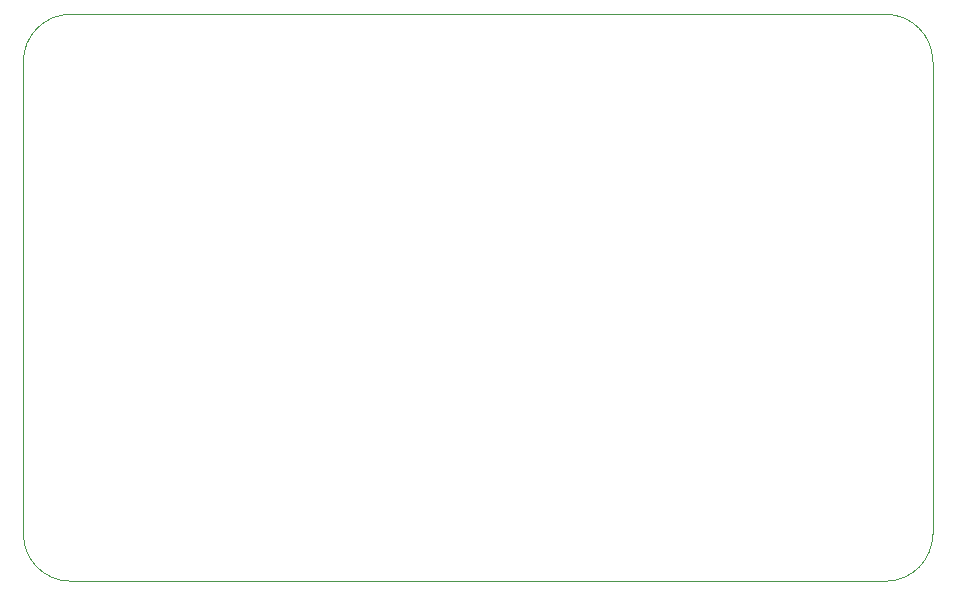
<source format=gm1>
%TF.GenerationSoftware,KiCad,Pcbnew,(6.0.4)*%
%TF.CreationDate,2022-03-22T23:36:16-04:00*%
%TF.ProjectId,larson_vu,6c617273-6f6e-45f7-9675-2e6b69636164,rev?*%
%TF.SameCoordinates,Original*%
%TF.FileFunction,Profile,NP*%
%FSLAX46Y46*%
G04 Gerber Fmt 4.6, Leading zero omitted, Abs format (unit mm)*
G04 Created by KiCad (PCBNEW (6.0.4)) date 2022-03-22 23:36:16*
%MOMM*%
%LPD*%
G01*
G04 APERTURE LIST*
%TA.AperFunction,Profile*%
%ADD10C,0.100000*%
%TD*%
G04 APERTURE END LIST*
D10*
X113000000Y-40000000D02*
G75*
G03*
X109000000Y-36000000I-4000000J0D01*
G01*
X40000000Y-36000000D02*
X109000000Y-36000000D01*
X36000000Y-80000000D02*
G75*
G03*
X40000000Y-84000000I4000000J0D01*
G01*
X40000000Y-84000000D02*
X109000000Y-84000000D01*
X36000000Y-40000000D02*
X36000000Y-80000000D01*
X109000000Y-84000000D02*
G75*
G03*
X113000000Y-80000000I0J4000000D01*
G01*
X113000000Y-80000000D02*
X113000000Y-40000000D01*
X40000000Y-36000000D02*
G75*
G03*
X36000000Y-40000000I0J-4000000D01*
G01*
M02*

</source>
